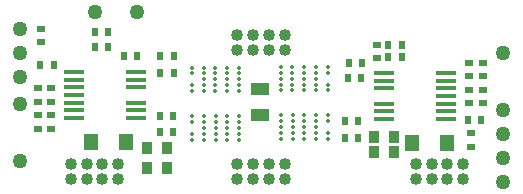
<source format=gbr>
G04 #@! TF.GenerationSoftware,KiCad,Pcbnew,(5.0.0)*
G04 #@! TF.CreationDate,2019-04-05T14:46:39-07:00*
G04 #@! TF.ProjectId,Buffer,4275666665722E6B696361645F706362,rev?*
G04 #@! TF.SameCoordinates,Original*
G04 #@! TF.FileFunction,Soldermask,Top*
G04 #@! TF.FilePolarity,Negative*
%FSLAX46Y46*%
G04 Gerber Fmt 4.6, Leading zero omitted, Abs format (unit mm)*
G04 Created by KiCad (PCBNEW (5.0.0)) date 04/05/19 14:46:39*
%MOMM*%
%LPD*%
G01*
G04 APERTURE LIST*
%ADD10C,1.270000*%
%ADD11C,1.016000*%
%ADD12R,1.750000X0.300000*%
%ADD13R,1.500000X1.016000*%
%ADD14R,0.508000X0.711000*%
%ADD15R,0.711000X0.508000*%
%ADD16R,0.889000X1.000000*%
%ADD17R,1.300000X1.400000*%
%ADD18C,0.350000*%
G04 APERTURE END LIST*
D10*
G04 #@! TO.C,TP1*
X9906000Y15494000D03*
G04 #@! TD*
D11*
G04 #@! TO.C,TP2*
X19748500Y12334900D03*
G04 #@! TD*
G04 #@! TO.C,TP2*
X21082000Y12334900D03*
G04 #@! TD*
G04 #@! TO.C,TP2*
X18415000Y12334900D03*
G04 #@! TD*
G04 #@! TO.C,TP2*
X18415000Y13604900D03*
G04 #@! TD*
G04 #@! TO.C,TP2*
X22415500Y12334900D03*
G04 #@! TD*
G04 #@! TO.C,TP2*
X21082000Y13604900D03*
G04 #@! TD*
G04 #@! TO.C,TP2*
X22415500Y13604900D03*
G04 #@! TD*
G04 #@! TO.C,TP2*
X19748500Y13604900D03*
G04 #@! TD*
G04 #@! TO.C,TP2*
X21082000Y1397000D03*
G04 #@! TD*
G04 #@! TO.C,TP2*
X22415500Y1397000D03*
G04 #@! TD*
G04 #@! TO.C,TP2*
X8318500Y1397000D03*
G04 #@! TD*
G04 #@! TO.C,TP2*
X37528500Y1397000D03*
G04 #@! TD*
G04 #@! TO.C,TP2*
X36195000Y1397000D03*
G04 #@! TD*
G04 #@! TO.C,TP2*
X33528000Y2667000D03*
G04 #@! TD*
G04 #@! TO.C,TP2*
X33528000Y1397000D03*
G04 #@! TD*
G04 #@! TO.C,TP2*
X36195000Y2667000D03*
G04 #@! TD*
G04 #@! TO.C,TP2*
X34861500Y2667000D03*
G04 #@! TD*
G04 #@! TO.C,TP2*
X34861500Y1397000D03*
G04 #@! TD*
G04 #@! TO.C,TP2*
X37528500Y2667000D03*
G04 #@! TD*
D10*
G04 #@! TO.C,TP11*
X40894000Y12065000D03*
G04 #@! TD*
D11*
G04 #@! TO.C,TP2*
X19748500Y1397000D03*
G04 #@! TD*
G04 #@! TO.C,TP2*
X18415000Y1397000D03*
G04 #@! TD*
G04 #@! TO.C,TP2*
X22415500Y2667000D03*
G04 #@! TD*
G04 #@! TO.C,TP2*
X21082000Y2667000D03*
G04 #@! TD*
G04 #@! TO.C,TP2*
X19748500Y2667000D03*
G04 #@! TD*
G04 #@! TO.C,TP2*
X18415000Y2667000D03*
G04 #@! TD*
D12*
G04 #@! TO.C,Inf2*
X30850300Y10368200D03*
X30850300Y9718200D03*
X30850300Y9068200D03*
X30850300Y7768200D03*
X30850300Y7118200D03*
X36100300Y10368200D03*
X36100300Y9718200D03*
X36100300Y9068200D03*
X36100300Y8418200D03*
X36100300Y7768200D03*
X36100300Y7118200D03*
X36100300Y6468200D03*
X30850300Y6468200D03*
G04 #@! TD*
D11*
G04 #@! TO.C,TP2*
X6985000Y2667000D03*
G04 #@! TD*
G04 #@! TO.C,TP2*
X5638800Y2667000D03*
G04 #@! TD*
G04 #@! TO.C,TP2*
X8318500Y2667000D03*
G04 #@! TD*
G04 #@! TO.C,TP2*
X6985000Y1397000D03*
G04 #@! TD*
G04 #@! TO.C,TP2*
X5651500Y1397000D03*
G04 #@! TD*
G04 #@! TO.C,TP2*
X4318000Y2667000D03*
G04 #@! TD*
G04 #@! TO.C,TP2*
X4318000Y1397000D03*
G04 #@! TD*
D12*
G04 #@! TO.C,Inf1*
X9854000Y6548200D03*
X9854000Y7198200D03*
X9854000Y7848200D03*
X9854000Y9148200D03*
X9854000Y9798200D03*
X4604000Y6548200D03*
X4604000Y7198200D03*
X4604000Y7848200D03*
X4604000Y8498200D03*
X4604000Y9148200D03*
X4604000Y9798200D03*
X4604000Y10448200D03*
X9854000Y10448200D03*
G04 #@! TD*
D13*
G04 #@! TO.C,C13*
X20307300Y6777700D03*
X20307300Y8995700D03*
G04 #@! TD*
D10*
G04 #@! TO.C,TP16*
X0Y12065000D03*
G04 #@! TD*
G04 #@! TO.C,TP15*
X6350000Y15494000D03*
G04 #@! TD*
G04 #@! TO.C,TP17*
X0Y14097000D03*
G04 #@! TD*
G04 #@! TO.C,TP5*
X40894000Y3175000D03*
G04 #@! TD*
G04 #@! TO.C,TP10*
X40894000Y7239000D03*
G04 #@! TD*
G04 #@! TO.C,TP9*
X40894000Y5207000D03*
G04 #@! TD*
G04 #@! TO.C,TP6*
X0Y7731000D03*
G04 #@! TD*
G04 #@! TO.C,TP4*
X40894000Y1143000D03*
G04 #@! TD*
G04 #@! TO.C,TP3*
X0Y10033000D03*
G04 #@! TD*
G04 #@! TO.C,TP2*
X0Y2921000D03*
G04 #@! TD*
D14*
G04 #@! TO.C,C1*
X2853000Y11049000D03*
X1719000Y11049000D03*
G04 #@! TD*
D15*
G04 #@! TO.C,C2*
X2667000Y7942000D03*
X2667000Y9076000D03*
G04 #@! TD*
G04 #@! TO.C,C3*
X2667000Y6790000D03*
X2667000Y5656000D03*
G04 #@! TD*
D14*
G04 #@! TO.C,C4*
X8767500Y11811000D03*
X9901500Y11811000D03*
G04 #@! TD*
D16*
G04 #@! TO.C,C5*
X10759561Y4005246D03*
X12459561Y4005246D03*
G04 #@! TD*
G04 #@! TO.C,C6*
X12445693Y2325142D03*
X10745693Y2325142D03*
G04 #@! TD*
G04 #@! TO.C,C7*
X29934800Y4978400D03*
X31634800Y4978400D03*
G04 #@! TD*
D14*
G04 #@! TO.C,C8*
X32317000Y11684000D03*
X31183000Y11684000D03*
G04 #@! TD*
D16*
G04 #@! TO.C,C9*
X31634800Y3632200D03*
X29934800Y3632200D03*
G04 #@! TD*
D15*
G04 #@! TO.C,C10*
X38036500Y11235000D03*
X38036500Y10101000D03*
G04 #@! TD*
G04 #@! TO.C,C11*
X38036500Y8949000D03*
X38036500Y7815000D03*
G04 #@! TD*
D14*
G04 #@! TO.C,C12*
X37914000Y6413500D03*
X39048000Y6413500D03*
G04 #@! TD*
D17*
G04 #@! TO.C,D1*
X6043000Y4508500D03*
X8943000Y4508500D03*
G04 #@! TD*
D14*
G04 #@! TO.C,D2*
X11879593Y10350500D03*
X13013593Y10350500D03*
G04 #@! TD*
G04 #@! TO.C,D3*
X12962200Y5384800D03*
X11828200Y5384800D03*
G04 #@! TD*
G04 #@! TO.C,D4*
X28634000Y4877842D03*
X27500000Y4877842D03*
G04 #@! TD*
G04 #@! TO.C,D5*
X28888000Y9906000D03*
X27754000Y9906000D03*
G04 #@! TD*
D17*
G04 #@! TO.C,D6*
X36121000Y4445000D03*
X33221000Y4445000D03*
G04 #@! TD*
D18*
G04 #@! TO.C,Q1*
X14561193Y6700042D03*
X15561193Y6700042D03*
X16561193Y6700042D03*
X17561193Y6700042D03*
X18561193Y6700042D03*
X14561193Y6200042D03*
X15561193Y6200042D03*
X16561193Y6200042D03*
X17561193Y6200042D03*
X18561193Y6200042D03*
X15561193Y5700042D03*
X16561193Y5700042D03*
X17561193Y5700042D03*
X18561193Y5700042D03*
X14561193Y5200042D03*
X15561193Y5200042D03*
X16561193Y5200042D03*
X17561193Y5200042D03*
X18561193Y5200042D03*
X14561193Y4700042D03*
X15561193Y4700042D03*
X16561193Y4700042D03*
X17561193Y4700042D03*
X18561193Y4700042D03*
G04 #@! TD*
G04 #@! TO.C,Q2*
X18548493Y8822342D03*
X17548493Y8822342D03*
X16548493Y8822342D03*
X15548493Y8822342D03*
X14548493Y8822342D03*
X18548493Y9322342D03*
X17548493Y9322342D03*
X16548493Y9322342D03*
X15548493Y9322342D03*
X14548493Y9322342D03*
X18548493Y9822342D03*
X17548493Y9822342D03*
X16548493Y9822342D03*
X15548493Y9822342D03*
X18548493Y10322342D03*
X17548493Y10322342D03*
X16548493Y10322342D03*
X15548493Y10322342D03*
X14548493Y10322342D03*
X18548493Y10822342D03*
X17548493Y10822342D03*
X16548493Y10822342D03*
X15548493Y10822342D03*
X14548493Y10822342D03*
G04 #@! TD*
G04 #@! TO.C,Q3*
X22079200Y6763542D03*
X23079200Y6763542D03*
X24079200Y6763542D03*
X25079200Y6763542D03*
X26079200Y6763542D03*
X22079200Y6263542D03*
X23079200Y6263542D03*
X24079200Y6263542D03*
X25079200Y6263542D03*
X26079200Y6263542D03*
X22079200Y5763542D03*
X23079200Y5763542D03*
X24079200Y5763542D03*
X25079200Y5763542D03*
X22079200Y5263542D03*
X23079200Y5263542D03*
X24079200Y5263542D03*
X25079200Y5263542D03*
X26079200Y5263542D03*
X22079200Y4763542D03*
X23079200Y4763542D03*
X24079200Y4763542D03*
X25079200Y4763542D03*
X26079200Y4763542D03*
G04 #@! TD*
G04 #@! TO.C,Q4*
X26067793Y8885842D03*
X25067793Y8885842D03*
X24067793Y8885842D03*
X23067793Y8885842D03*
X22067793Y8885842D03*
X26067793Y9385842D03*
X25067793Y9385842D03*
X24067793Y9385842D03*
X23067793Y9385842D03*
X22067793Y9385842D03*
X25067793Y9885842D03*
X24067793Y9885842D03*
X23067793Y9885842D03*
X22067793Y9885842D03*
X26067793Y10385842D03*
X25067793Y10385842D03*
X24067793Y10385842D03*
X23067793Y10385842D03*
X22067793Y10385842D03*
X26067793Y10885842D03*
X25067793Y10885842D03*
X24067793Y10885842D03*
X23067793Y10885842D03*
X22067793Y10885842D03*
G04 #@! TD*
D15*
G04 #@! TO.C,R1*
X1752600Y14105200D03*
X1752600Y12971200D03*
G04 #@! TD*
G04 #@! TO.C,R2*
X1524000Y5656000D03*
X1524000Y6790000D03*
G04 #@! TD*
G04 #@! TO.C,R3*
X1524000Y7941999D03*
X1524000Y9076001D03*
G04 #@! TD*
D14*
G04 #@! TO.C,R4*
X7477301Y13839843D03*
X6343301Y13839843D03*
G04 #@! TD*
G04 #@! TO.C,R5*
X6356001Y12527872D03*
X7490001Y12527872D03*
G04 #@! TD*
G04 #@! TO.C,R6*
X13025700Y11836400D03*
X11891700Y11836400D03*
G04 #@! TD*
G04 #@! TO.C,R7*
X12962200Y6757442D03*
X11828200Y6757442D03*
G04 #@! TD*
G04 #@! TO.C,R8*
X28634000Y6262142D03*
X27500000Y6262142D03*
G04 #@! TD*
G04 #@! TO.C,R9*
X27817500Y11176000D03*
X28951500Y11176000D03*
G04 #@! TD*
G04 #@! TO.C,R10*
X31183000Y12700000D03*
X32317000Y12700000D03*
G04 #@! TD*
D15*
G04 #@! TO.C,R11*
X30226000Y12769942D03*
X30226000Y11635942D03*
G04 #@! TD*
G04 #@! TO.C,R12*
X39243000Y8949000D03*
X39243000Y7815000D03*
G04 #@! TD*
G04 #@! TO.C,R13*
X39243000Y10101000D03*
X39243000Y11235000D03*
G04 #@! TD*
G04 #@! TO.C,R14*
X38227000Y4132000D03*
X38227000Y5266000D03*
G04 #@! TD*
M02*

</source>
